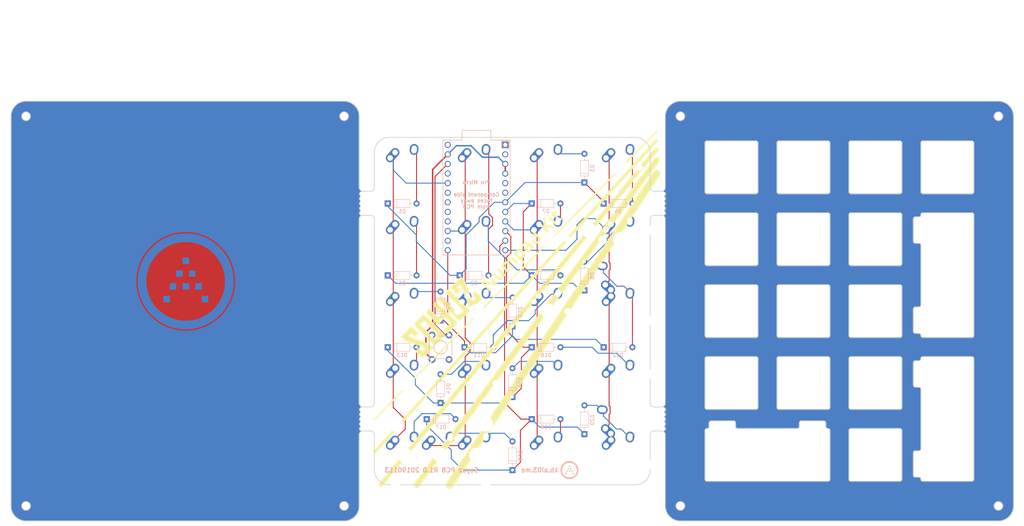
<source format=kicad_pcb>
(kicad_pcb (version 20221018) (generator pcbnew)
  (layers (0 "F.Cu" signal) (31 "B.Cu" signal) (34 "B.Paste" user) (35 "F.Paste" user) (36 "B.SilkS" user "B.Silkscreen") (37 "F.SilkS" user "F.Silkscreen") (38 "B.Mask" user) (39 "F.Mask" user) (44 "Edge.Cuts" user))
  (net 0 "")
  (net 1 "Net-(D1-Pad2)")
  (net 2 "Net-(D2-Pad2)")
  (net 3 "Net-(D3-Pad2)")
  (net 4 "Net-(D4-Pad2)")
  (net 5 "Net-(D5-Pad2)")
  (net 6 "Net-(D6-Pad2)")
  (net 7 "Net-(D7-Pad2)")
  (net 8 "Net-(D8-Pad2)")
  (net 9 "Net-(D9-Pad2)")
  (net 10 "Net-(D10-Pad2)")
  (net 11 "Net-(D11-Pad2)")
  (net 12 "Net-(D12-Pad2)")
  (net 13 "Net-(D13-Pad2)")
  (net 14 "Net-(D14-Pad2)")
  (net 15 "Net-(D15-Pad2)")
  (net 16 "Net-(D16-Pad2)")
  (net 17 "Net-(D17-Pad2)")
  (net 18 "Net-(D18-Pad2)")
  (net 19 "Net-(D19-Pad2)")
  (net 20 "Net-(D20-Pad2)")
  (net 21 "Net-(U1-Pad1)")
  (net 22 "Net-(U1-Pad2)")
  (net 23 "Net-(U1-Pad5)")
  (net 24 "Net-(U1-Pad6)")
  (net 25 "Net-(U1-Pad14)")
  (net 26 "Net-(U1-Pad16)")
  (net 27 "Net-(U1-Pad17)")
  (net 28 "Net-(U1-Pad18)")
  (net 29 "Net-(U1-Pad19)")
  (net 30 "Net-(U1-Pad21)")
  (net 31 "Net-(U1-Pad24)")
  (net 32 "Net-(SW1-Pad1)")
  (net 33 "GND")
  (net 34 "ROW0")
  (net 35 "ROW1")
  (net 36 "ROW2")
  (net 37 "ROW3")
  (net 38 "ROW4")
  (net 39 "COL0")
  (net 40 "COL1")
  (net 41 "COL2")
  (net 42 "COL3")
  (net 43 "GNDA")
  (net 44 "Earth")
  (footprint "locallib:soyuz-logo-30mm" (layer "F.Cu") (at 61.214 66.802 45)
    (fp_text reference "G***" hide)
    (fp_text value "LOGO" hide)
  )
  (footprint "MX_Alps_Hybrid:MX-1U-NoLED" (layer "F.Cu") (at 39.6875 39.6875)
    (fp_text reference "MX1")
    (fp_text value "MX-1U")
  )
  (footprint "MX_Alps_Hybrid:MX-1U-NoLED" (layer "F.Cu") (at 58.7375 39.6875)
    (fp_text reference "MX2")
    (fp_text value "MX-1U")
  )
  (footprint "MX_Alps_Hybrid:MX-1U-NoLED" (layer "F.Cu") (at 77.7875 39.6875)
    (fp_text reference "MX3")
    (fp_text value "MX-1U")
  )
  (footprint "MX_Alps_Hybrid:MX-1U-NoLED" (layer "F.Cu") (at 96.8375 39.6875)
    (fp_text reference "MX4")
    (fp_text value "MX-1U")
  )
  (footprint "MX_Alps_Hybrid:MX-1U-NoLED" (layer "F.Cu") (at 39.6875 58.7375)
    (fp_text reference "MX5")
    (fp_text value "MX-1U")
  )
  (footprint "MX_Alps_Hybrid:MX-1U-NoLED" (layer "F.Cu") (at 58.7375 58.7375)
    (fp_text reference "MX6")
    (fp_text value "MX-1U")
  )
  (footprint "MX_Alps_Hybrid:MX-1U-NoLED" (layer "F.Cu") (at 77.7875 58.7375)
    (fp_text reference "MX7")
    (fp_text value "MX-1U")
  )
  (footprint "MX_Alps_Hybrid:MX-1U-NoLED" (layer "F.Cu") (at 96.8375 58.7375)
    (fp_text reference "MX8")
    (fp_text value "MX-1U")
  )
  (footprint "MX_Alps_Hybrid:MX-2U-ReversedStabilizers-NoLED" (layer "F.Cu") (at 96.8375 68.2625 90)
    (fp_text reference "MX9")
    (fp_text value "MX-2U")
  )
  (footprint "MX_Alps_Hybrid:MX-1U-NoLED" (layer "F.Cu") (at 39.6875 77.7875)
    (fp_text reference "MX10")
    (fp_text value "MX-1U")
  )
  (footprint "MX_Alps_Hybrid:MX-1U-NoLED" (layer "F.Cu") (at 58.7375 77.7875)
    (fp_text reference "MX11")
    (fp_text value "MX-1U")
  )
  (footprint "MX_Alps_Hybrid:MX-1U-NoLED" (layer "F.Cu") (at 77.7875 77.7875)
    (fp_text reference "MX12")
    (fp_text value "MX-1U")
  )
  (footprint "MX_Alps_Hybrid:MX-1U-NoLED" (layer "F.Cu") (at 96.8375 77.7875)
    (fp_text reference "MX13")
    (fp_text value "MX-1U")
  )
  (footprint "MX_Alps_Hybrid:MX-1U-NoLED" (layer "F.Cu") (at 39.6875 96.8375)
    (fp_text reference "MX14")
    (fp_text value "MX-1U")
  )
  (footprint "MX_Alps_Hybrid:MX-1U-NoLED" (layer "F.Cu") (at 58.7375 96.8375)
    (fp_text reference "MX15")
    (fp_text value "MX-1U")
  )
  (footprint "MX_Alps_Hybrid:MX-1U-NoLED" (layer "F.Cu") (at 77.7875 96.8375)
    (fp_text reference "MX16")
    (fp_text value "MX-1U")
  )
  (footprint "MX_Alps_Hybrid:MX-1U-NoLED" (layer "F.Cu") (at 96.8375 96.8375)
    (fp_text reference "MX17")
    (fp_text value "MX-1U")
  )
  (footprint "MX_Alps_Hybrid:MX-2U-ReversedStabilizers-NoLED" (layer "F.Cu") (at 96.8375 106.3625 90)
    (fp_text reference "MX18")
    (fp_text value "MX-2U")
  )
  (footprint "MX_Alps_Hybrid:MX-1U-NoLED" (layer "F.Cu") (at 39.6875 115.8875)
    (fp_text reference "MX19")
    (fp_text value "MX-1U")
  )
  (footprint "MX_Alps_Hybrid:MX-1U-NoLED" (layer "F.Cu") (at 58.7375 115.8875)
    (fp_text reference "MX20")
    (fp_text value "MX-1U")
  )
  (footprint "MX_Alps_Hybrid:MX-1U-NoLED" (layer "F.Cu") (at 77.7875 115.8875)
    (fp_text reference "MX21")
    (fp_text value "MX-1U")
  )
  (footprint "MX_Alps_Hybrid:MX-1U-NoLED" (layer "F.Cu") (at 96.8375 115.8875)
    (fp_text reference "MX22")
    (fp_text value "MX-1U")
  )
  (footprint "MX_Alps_Hybrid:MX-2U-ReversedStabilizers-NoLED" (layer "F.Cu") (at 49.2125 115.8875)
    (fp_text reference "MX23")
    (fp_text value "MX-2U")
  )
  (footprint "random-keyboard-parts:breakaway-mousebites" (layer "F.Cu") (at 105.56875 49.2125 90)
    (fp_text reference "MOUSEBITE1")
    (fp_text value "Mousebites")
  )
  (footprint "random-keyboard-parts:breakaway-mousebites" (layer "F.Cu") (at 107.95 49.2125 -90)
    (fp_text reference "MOUSEBITE2")
    (fp_text value "Mousebites")
  )
  (footprint "random-keyboard-parts:breakaway-mousebites" (layer "F.Cu") (at 105.56875 106.3625 90)
    (fp_text reference "MOUSEBITE3")
    (fp_text value "Mousebites")
  )
  (footprint "random-keyboard-parts:breakaway-mousebites" (layer "F.Cu") (at 107.95 106.3625 -90)
    (fp_text reference "MOUSEBITE4")
    (fp_text value "Mousebites")
  )
  (footprint "random-keyboard-parts:breakaway-mousebites" (layer "F.Cu") (at 28.575 49.2125 90)
    (fp_text reference "MOUSEBITE5")
    (fp_text value "Mousebites")
  )
  (footprint "random-keyboard-parts:breakaway-mousebites" (layer "F.Cu") (at 30.95625 49.2125 -90)
    (fp_text reference "MOUSEBITE6")
    (fp_text value "Mousebites")
  )
  (footprint "random-keyboard-parts:breakaway-mousebites" (layer "F.Cu") (at 28.575 106.3625 90)
    (fp_text reference "MOUSEBITE7")
    (fp_text value "Mousebites")
  )
  (footprint "random-keyboard-parts:breakaway-mousebites" (layer "F.Cu") (at 30.95625 106.3625 -90)
    (fp_text reference "MOUSEBITE8")
    (fp_text value "Mousebites")
  )
  (footprint "locallib:outline" (layer "F.Cu") (at 200.914 133.35)
    (fp_text reference "O1")
    (fp_text value "Outline")
    (fp_line (start -265.425 -4) (end -265.425 -107.25) (stroke (width 0.2)) (layer "Edge.Cuts"))
    (fp_line (start -261.425 -111.25) (end -177.225 -111.25) (stroke (width 0.2)) (layer "Edge.Cuts"))
    (fp_line (start -177.225 0) (end -261.425 0) (stroke (width 0.2)) (layer "Edge.Cuts"))
    (fp_line (start -173.225 -107.25) (end -173.225 -88.375) (stroke (width 0.2)) (layer "Edge.Cuts"))
    (fp_line (start -173.225 -80.025) (end -173.225 -31.225) (stroke (width 0.2)) (layer "Edge.Cuts"))
    (fp_line (start -173.225 -22.875) (end -173.225 -4) (stroke (width 0.2)) (layer "Edge.Cuts"))
    (fp_line (start -172.225 -87.375) (end -170.225 -87.375) (stroke (width 0.2)) (layer "Edge.Cuts"))
    (fp_line (start -172.225 -30.225) (end -170.225 -30.225) (stroke (width 0.2)) (layer "Edge.Cuts"))
    (fp_line (start -170.225 -81.025) (end -172.225 -81.025) (stroke (width 0.2)) (layer "Edge.Cuts"))
    (fp_line (start -170.225 -23.875) (end -172.225 -23.875) (stroke (width 0.2)) (layer "Edge.Cuts"))
    (fp_line (start -169.225 -88.375) (end -169.225 -97.6625) (stroke (width 0.2)) (layer "Edge.Cuts"))
    (fp_line (start -169.225 -31.225) (end -169.225 -80.025) (stroke (width 0.2)) (layer "Edge.Cuts"))
    (fp_line (start -169.225 -13.5875) (end -169.225 -22.875) (stroke (width 0.2)) (layer "Edge.Cuts"))
    (fp_line (start -165.225 -101.6625) (end -100.2 -101.6625) (stroke (width 0.2)) (layer "Edge.Cuts"))
    (fp_line (start -100.2 -9.5875) (end -165.225 -9.5875) (stroke (width 0.2)) (layer "Edge.Cuts"))
    (fp_line (start -96.2 -97.6625) (end -96.2 -88.375) (stroke (width 0.2)) (layer "Edge.Cuts"))
    (fp_line (start -96.2 -80.025) (end -96.2 -31.225) (stroke (width 0.2)) (layer "Edge.Cuts"))
    (fp_line (start -96.2 -22.875) (end -96.2 -13.5875) (stroke (width 0.2)) (layer "Edge.Cuts"))
    (fp_line (start -95.2 -87.375) (end -93.2 -87.375) (stroke (width 0.2)) (layer "Edge.Cuts"))
    (fp_line (start -95.2 -30.225) (end -93.2 -30.225) (stroke (width 0.2)) (layer "Edge.Cuts"))
    (fp_line (start -93.2 -81.025) (end -95.2 -81.025) (stroke (width 0.2)) (layer "Edge.Cuts"))
    (fp_line (start -93.2 -23.875) (end -95.2 -23.875) (stroke (width 0.2)) (layer "Edge.Cuts"))
    (fp_line (start -92.2 -88.375) (end -92.2 -107.25) (stroke (width 0.2)) (layer "Edge.Cuts"))
    (fp_line (start -92.2 -31.225) (end -92.2 -80.025) (stroke (width 0.2)) (layer "Edge.Cuts"))
    (fp_line (start -92.2 -4) (end -92.2 -22.875) (stroke (width 0.2)) (layer "Edge.Cuts"))
    (fp_line (start -88.2 -111.25) (end -4 -111.25) (stroke (width 0.2)) (layer "Edge.Cuts"))
    (fp_line (start -81.675 -100.225) (end -81.675 -87.225) (stroke (width 0.2)) (layer "Edge.Cuts"))
    (fp_line (start -81.675 -68.175) (end -81.675 -81.175) (stroke (width 0.2)) (layer "Edge.Cuts"))
    (fp_line (start -81.675 -62.125) (end -81.675 -49.125) (stroke (width 0.2)) (layer "Edge.Cuts"))
    (fp_line (start -81.675 -43.075) (end -81.675 -30.075) (stroke (width 0.2)) (layer "Edge.Cuts"))
    (fp_line (start -81.675 -24.025) (end -81.675 -11.025) (stroke (width 0.2)) (layer "Edge.Cuts"))
    (fp_line (start -81.175 -86.725) (end -68.175 -86.725) (stroke (width 0.2)) (layer "Edge.Cuts"))
    (fp_line (start -81.175 -81.675) (end -68.175 -81.675) (stroke (width 0.2)) (layer "Edge.Cuts"))
    (fp_line (start -81.175 -48.625) (end -68.175 -48.625) (stroke (width 0.2)) (layer "Edge.Cuts"))
    (fp_line (start -81.175 -29.575) (end -68.175 -29.575) (stroke (width 0.2)) (layer "Edge.Cuts"))
    (fp_line (start -81.175 -10.525) (end -49.125 -10.525) (stroke (width 0.2)) (layer "Edge.Cuts"))
    (fp_line (start -81.088 -24.525) (end -81.175 -24.525) (stroke (width 0.2)) (layer "Edge.Cuts"))
    (fp_line (start -80.588 -26.025) (end -80.588 -25.025) (stroke (width 0.2)) (layer "Edge.Cuts"))
    (fp_line (start -74.088 -26.525) (end -80.088 -26.525) (stroke (width 0.2)) (layer "Edge.Cuts"))
    (fp_line (start -73.588 -25.025) (end -73.588 -26.025) (stroke (width 0.2)) (layer "Edge.Cuts"))
    (fp_line (start -68.175 -100.725) (end -81.175 -100.725) (stroke (width 0.2)) (layer "Edge.Cuts"))
    (fp_line (start -68.175 -67.675) (end -81.175 -67.675) (stroke (width 0.2)) (layer "Edge.Cuts"))
    (fp_line (start -68.175 -62.625) (end -81.175 -62.625) (stroke (width 0.2)) (layer "Edge.Cuts"))
    (fp_line (start -68.175 -43.575) (end -81.175 -43.575) (stroke (width 0.2)) (layer "Edge.Cuts"))
    (fp_line (start -67.675 -87.225) (end -67.675 -100.225) (stroke (width 0.2)) (layer "Edge.Cuts"))
    (fp_line (start -67.675 -81.175) (end -67.675 -68.175) (stroke (width 0.2)) (layer "Edge.Cuts"))
    (fp_line (start -67.675 -49.125) (end -67.675 -62.125) (stroke (width 0.2)) (layer "Edge.Cuts"))
    (fp_line (start -67.675 -30.075) (end -67.675 -43.075) (stroke (width 0.2)) (layer "Edge.Cuts"))
    (fp_line (start -62.625 -100.225) (end -62.625 -87.225) (stroke (width 0.2)) (layer "Edge.Cuts"))
    (fp_line (start -62.625 -81.175) (end -62.625 -68.175) (stroke (width 0.2)) (layer "Edge.Cuts"))
    (fp_line (start -62.625 -62.125) (end -62.625 -49.125) (stroke (width 0.2)) (layer "Edge.Cuts"))
    (fp_line (start -62.625 -43.075) (end -62.625 -30.075) (stroke (width 0.2)) (layer "Edge.Cuts"))
    (fp_line (start -62.125 -86.725) (end -49.125 -86.725) (stroke (width 0.2)) (layer "Edge.Cuts"))
    (fp_line (start -62.125 -67.675) (end -49.125 -67.675) (stroke (width 0.2)) (layer "Edge.Cuts"))
    (fp_line (start -62.125 -48.625) (end -49.125 -48.625) (stroke (width 0.2)) (layer "Edge.Cuts"))
    (fp_line (start -62.125 -29.575) (end -49.125 -29.575) (stroke (width 0.2)) (layer "Edge.Cuts"))
    (fp_line (start -57.212 -24.525) (end -73.088 -24.525) (stroke (width 0.2)) (layer "Edge.Cuts"))
    (fp_line (start -56.712 -26.025) (end -56.712 -25.025) (stroke (width 0.2)) (layer "Edge.Cuts"))
    (fp_line (start -50.212 -26.525) (end -56.212 -26.525) (stroke (width 0.2)) (layer "Edge.Cuts"))
    (fp_line (start -49.712 -25.025) (end -49.712 -26.025) (stroke (width 0.2)) (layer "Edge.Cuts"))
    (fp_line (start -49.125 -100.725) (end -62.125 -100.725) (stroke (width 0.2)) (layer "Edge.Cuts"))
    (fp_line (start -49.125 -81.675) (end -62.125 -81.675) (stroke (width 0.2)) (layer "Edge.Cuts"))
    (fp_line (start -49.125 -62.625) (end -62.125 -62.625) (stroke (width 0.2)) (layer "Edge.Cuts"))
    (fp_line (start -49.125 -43.575) (end -62.125 -43.575) (stroke (width 0.2)) (layer "Edge.Cuts"))
    (fp_line (start -49.125 -24.525) (end -49.212 -24.525) (stroke (width 0.2)) (layer "Edge.Cuts"))
    (fp_line (start -48.625 -87.225) (end -48.625 -100.225) (stroke (width 0.2)) (layer "Edge.Cuts"))
    (fp_line (start -48.625 -68.175) (end -48.625 -81.175) (stroke (width 0.2)) (layer "Edge.Cuts"))
    (fp_line (start -48.625 -49.125) (end -48.625 -62.125) (stroke (width 0.2)) (layer "Edge.Cuts"))
    (fp_line (start -48.625 -30.075) (end -48.625 -43.075) (stroke (width 0.2)) (layer "Edge.Cuts"))
    (fp_line (start -48.625 -11.025) (end -48.625 -24.025) (stroke (width 0.2)) (layer "Edge.Cuts"))
    (fp_line (start -43.575 -87.225) (end -43.575 -100.225) (stroke (width 0.2)) (layer "Edge.Cuts"))
    (fp_line (start -43.575 -81.175) (end -43.575 -68.175) (stroke (width 0.2)) (layer "Edge.Cuts"))
    (fp_line (start -43.575 -62.125) (end -43.575 -49.125) (stroke (width 0.2)) (layer "Edge.Cuts"))
    (fp_line (start -43.575 -43.075) (end -43.575 -30.075) (stroke (width 0.2)) (layer "Edge.Cuts"))
    (fp_line (start -43.575 -24.025) (end -43.575 -11.025) (stroke (width 0.2)) (layer "Edge.Cuts"))
    (fp_line (start -43.075 -100.725) (end -30.075 -100.725) (stroke (width 0.2)) (layer "Edge.Cuts"))
    (fp_line (start -43.075 -67.675) (end -30.075 -67.675) (stroke (width 0.2)) (layer "Edge.Cuts"))
    (fp_line (start -43.075 -48.625) (end -30.075 -48.625) (stroke (width 0.2)) (layer "Edge.Cuts"))
    (fp_line (start -43.075 -29.575) (end -30.075 -29.575) (stroke (width 0.2)) (layer "Edge.Cuts"))
    (fp_line (start -43.075 -10.525) (end -30.075 -10.525) (stroke (width 0.2)) (layer "Edge.Cuts"))
    (fp_line (start -30.075 -86.725) (end -43.075 -86.725) (stroke (width 0.2)) (layer "Edge.Cuts"))
    (fp_line (start -30.075 -81.675) (end -43.075 -81.675) (stroke (width 0.2)) (layer "Edge.Cuts"))
    (fp_line (start -30.075 -62.625) (end -43.075 -62.625) (stroke (width 0.2)) (layer "Edge.Cuts"))
    (fp_line (start -30.075 -43.575) (end -43.075 -43.575) (stroke (width 0.2)) (layer "Edge.Cuts"))
    (fp_line (start -30.075 -24.525) (end -43.075 -24.525) (stroke (width 0.2)) (layer "Edge.Cuts"))
    (fp_line (start -29.575 -100.225) (end -29.575 -87.225) (stroke (width 0.2)) (layer "Edge.Cuts"))
    (fp_line (start -29.575 -68.175) (end -29.575 -81.175) (stroke (width 0.2)) (layer "Edge.Cuts"))
    (fp_line (start -29.575 -49.125) (end -29.575 -62.125) (stroke (width 0.2)) (layer "Edge.Cuts"))
    (fp_line (start -29.575 -30.075) (end -29.575 -43.075) (stroke (width 0.2)) (layer "Edge.Cuts"))
    (fp_line (start -29.575 -11.025) (end -29.575 -24.025) (stroke (width 0.2)) (layer "Edge.Cuts"))
    (fp_line (start -26.525 -80.088) (end -26.525 -74.088) (stroke (width 0.2)) (layer "Edge.Cuts"))
    (fp_line (start -26.525 -56.212) (end -26.525 -50.212) (stroke (width 0.2)) (layer "Edge.Cuts"))
    (fp_line (start -26.525 -41.988) (end -26.525 -35.988) (stroke (width 0.2)) (layer "Edge.Cuts"))
    (fp_line (start -26.525 -18.112) (end -26.525 -12.112) (stroke (width 0.2)) (layer "Edge.Cuts"))
    (fp_line (start -26.025 -73.588) (end -25.025 -73.588) (stroke (width 0.2)) (layer "Edge.Cuts"))
    (fp_line (start -26.025 -49.712) (end -25.025 -49.712) (stroke (width 0.2)) (layer "Edge.Cuts"))
    (fp_line (start -26.025 -35.488) (end -25.025 -35.488) (stroke (width 0.2)) (layer "Edge.Cuts"))
    (fp_line (start -26.025 -11.612) (end -25.025 -11.612) (stroke (width 0.2)) (layer "Edge.Cuts"))
    (fp_line (start -25.025 -80.588) (end -26.025 -80.588) (stroke (width 0.2)) (layer "Edge.Cuts"))
    (fp_line (start -25.025 -56.712) (end -26.025 -56.712) (stroke (width 0.2)) (layer "Edge.Cuts"))
    (fp_line (start -25.025 -42.488) (end -26.025 -42.488) (stroke (width 0.2)) (layer "Edge.Cuts"))
    (fp_line (start -25.025 -18.612) (end -26.025 -18.612) (stroke (width 0.2)) (layer "Edge.Cuts"))
    (fp_line (start -24.525 -100.225) (end -24.525 -87.225) (stroke (width 0.2)) (layer "Edge.Cuts"))
    (fp_line (start -24.525 -81.175) (end -24.525 -81.088) (stroke (width 0.2)) (layer "Edge.Cuts"))
    (fp_line (start -24.525 -73.088) (end -24.525 -57.212) (stroke (width 0.2)) (layer "Edge.Cuts"))
    (fp_line (start -24.525 -49.212) (end -24.525 -49.125) (stroke (width 0.2)) (layer "Edge.Cuts"))
    (fp_line (start -24.525 -43.075) (end -24.525 -42.988) (stroke (width 0.2)) (layer "Edge.Cuts"))
    (fp_line (start -24.525 -34.988) (end -24.525 -19.112) (stroke (width 0.2)) (layer "Edge.Cuts"))
    (fp_line (start -24.525 -11.112) (end -24.525 -11.025) (stroke (width 0.2)) (layer "Edge.Cuts"))
    (fp_line (start -24.025 -86.725) (end -11.025 -86.725) (stroke (width 0.2)) (layer "Edge.Cuts"))
    (fp_line (start -24.025 -48.625) (end -11.025 -48.625) (stroke (width 0.2)) (layer "Edge.Cuts"))
    (fp_line (start -24.025 -10.525) (end -11.025 -10.525) (stroke (width 0.2)) (layer "Edge.Cuts"))
    (fp_line (start -11.025 -100.725) (end -24.025 -100.725) (stroke (width 0.2)) (layer "Edge.Cuts"))
    (fp_line (start -11.025 -81.675) (end -24.025 -81.675) (stroke (width 0.2)) (layer "Edge.Cuts"))
    (fp_line (start -11.025 -43.575) (end -24.025 -43.575) (stroke (width 0.2)) (layer "Edge.Cuts"))
    (fp_line (start -10.525 -87.225) (end -10.525 -100.225) (stroke (width 0.2)) (layer "Edge.Cuts"))
    (fp_line (start -10.525 -49.125) (end -10.525 -81.175) (stroke (width 0.2)) (layer "Edge.Cuts"))
    (fp_line (start -10.525 -11.025) (end -10.525 -43.075) (stroke (width 0.2)) (layer "Edge.Cuts"))
    (fp_line (start -4 0) (end -88.2 0) (stroke (width 0.2)) (layer "Edge.Cuts"))
    (fp_line (start 0 -107.25) (end 0 -4) (stroke (width 0.2)) (layer "Edge.Cuts"))
    (fp_arc (start -265.425 -107.25) (mid -264.253427 -110.078427) (end -261.425 -111.25) (stroke (width 0.2)) (layer "Edge.Cuts"))
    (fp_arc (start -261.425 0) (mid -264.253427 -1.171573) (end -265.425 -4) (stroke (width 0.2)) (layer "Edge.Cuts"))
    (fp_arc (start -177.225 -111.25) (mid -174.396573 -110.078427) (end -173.225 -107.25) (stroke (width 0.2)) (layer "Edge.Cuts"))
    (fp_arc (start -173.225 -80.025) (mid -172.932107 -80.732107) (end -172.225 -81.025) (stroke (width 0.2)) (layer "Edge.Cuts"))
    (fp_arc (start -173.225 -22.875) (mid -172.932107 -23.582107) (end -172.225 -23.875) (stroke (width 0.2)) (layer "Edge.Cuts"))
    (fp_arc (start -173.225 -4) (mid -174.396573 -1.171573) (end -177.225 0) (stroke (width 0.2)) (layer "Edge.Cuts"))
    (fp_arc (start -172.225 -87.375) (mid -172.932107 -87.667893) (end -173.225 -88.375) (stroke (width 0.2)) (layer "Edge.Cuts"))
    (fp_arc (start -172.225 -30.225) (mid -172.932107 -30.517893) (end -173.225 -31.225) (stroke (width 0.2)) (layer "Edge.Cuts"))
    (fp_arc (start -170.225 -81.025) (mid -169.517893 -80.732107) (end -169.225 -80.025) (stroke (width 0.2)) (layer "Edge.Cuts"))
    (fp_arc (start -170.225 -23.875) (mid -169.517893 -23.582107) (end -169.225 -22.875) (stroke (width 0.2)) (layer "Edge.Cuts"))
    (fp_arc (start -169.225 -97.6625) (mid -168.053427 -100.490927) (end -165.225 -101.6625) (stroke (width 0.2)) (layer "Edge.Cuts"))
    (fp_arc (start -169.225 -88.375) (mid -169.517893 -87.667893) (end -170.225 -87.375) (stroke (width 0.2)) (layer "Edge.Cuts"))
    (fp_arc (start -169.225 -31.225) (mid -169.517893 -30.517893) (end -170.225 -30.225) (stroke (width 0.2)) (layer "Edge.Cuts"))
    (fp_arc (start -165.225 -9.5875) (mid -168.053427 -10.759073) (end -169.225 -13.5875) (stroke (width 0.2)) (layer "Edge.Cuts"))
    (fp_arc (start -100.2 -101.6625) (mid -97.371573 -100.490927) (end -96.2 -97.6625) (stroke (width 0.2)) (layer "Edge.Cuts"))
    (fp_arc (start -96.2 -80.025) (mid -95.907107 -80.732107) (end -95.2 -81.025) (stroke (width 0.2)) (layer "Edge.Cuts"))
    (fp_arc (start -96.2 -22.875) (mid -95.907107 -23.582107) (end -95.2 -23.875) (stroke (width 0.2)) (layer "Edge.Cuts"))
    (fp_arc (start -96.2 -13.5875) (mid -97.371573 -10.759073) (end -100.2 -9.5875) (stroke (width 0.2)) (layer "Edge.Cuts"))
    (fp_arc (start -95.2 -87.375) (mid -95.907107 -87.667893) (end -96.2 -88.375) (stroke (width 0.2)) (layer "Edge.Cuts"))
    (fp_arc (start -95.2 -30.225) (mid -95.907107 -30.517893) (end -96.2 -31.225) (stroke (width 0.2)) (layer "Edge.Cuts"))
    (fp_arc (start -93.2 -81.025) (mid -92.492893 -80.732107) (end -92.2 -80.025) (stroke (width 0.2)) (layer "Edge.Cuts"))
    (fp_arc (start -93.2 -23.875) (mid -92.492893 -23.582107) (end -92.2 -22.875) (stroke (width 0.2)) (layer "Edge.Cuts"))
    (fp_arc (start -92.2 -107.25) (mid -91.028427 -110.078427) (end -88.2 -111.25) (stroke (width 0.2)) (layer "Edge.Cuts"))
    (fp_arc (start -92.2 -88.375) (mid -92.492893 -87.667893) (end -93.2 -87.375) (stroke (width 0.2)) (layer "Edge.Cuts"))
    (fp_arc (start -92.2 -31.225) (mid -92.492893 -30.517893) (end -93.2 -30.225) (stroke (width 0.2)) (layer "Edge.Cuts"))
    (fp_arc (start -88.2 0) (mid -91.028427 -1.171573) (end -92.2 -4) (stroke (width 0.2)) (layer "Edge.Cuts"))
    (fp_arc (start -81.675 -100.225) (mid -81.528553 -100.578553) (end -81.175 -100.725) (stroke (width 0.2)) (layer "Edge.Cuts"))
    (fp_arc (start -81.675 -81.175) (mid -81.528553 -81.528553) (end -81.175 -81.675) (stroke (width 0.2)) (layer "Edge.Cuts"))
    (fp_arc (start -81.675 -62.125) (mid -81.528553 -62.478553) (end -81.175 -62.625) (stroke (width 0.2)) (layer "Edge.Cuts"))
    (fp_arc (start -81.675 -43.075) (mid -81.528553 -43.428553) (end -81.175 -43.575) (stroke (width 0.2)) (layer "Edge.Cuts"))
    (fp_arc (start -81.675 -24.025) (mid -81.528553 -24.378553) (end -81.175 -24.525) (stroke (width 0.2)) (layer "Edge.Cuts"))
    (fp_arc (start -81.175 -86.725) (mid -81.528553 -86.871447) (end -81.675 -87.225) (stroke (width 0.2)) (layer "Edge.Cuts"))
    (fp_arc (start -81.175 -67.675) (mid -81.528553 -67.821447) (end -81.675 -68.175) (stroke (width 0.2)) (layer "Edge.Cuts"))
    (fp_arc (start -81.175 -48.625) (mid -81.528553 -48.771447) (end -81.675 -49.125) (stroke (width 0.2)) (layer "Edge.Cuts"))
    (fp_arc (start -81.175 -29.575) (mid -81.528553 -29.721447) (end -81.675 -30.075) (stroke (width 0.2)) (layer "Edge.Cuts"))
    (fp_arc (start -81.175 -10.525) (mid -81.528553 -10.671447) (end -81.675 -11.025) (stroke (width 0.2)) (layer "Edge.Cuts"))
    (fp_arc (start -80.588 -26.025) (mid -80.441553 -26.378553) (end -80.088 -26.525) (stroke (width 0.2)) (layer "Edge.Cuts"))
    (fp_arc (start -80.588 -25.025) (mid -80.734447 -24.671447) (end -81.088 -24.525) (stroke (width 0.2)) (layer "Edge.Cuts"))
    (fp_arc (start -74.088 -26.525) (mid -73.734447 -26.378553) (end -73.588 -26.025) (stroke (width 0.2)) (layer "Edge.Cuts"))
    (fp_arc (start -73.088 -24.525) (mid -73.441553 -24.671447) (end -73.588 -25.025) (stroke (width 0.2)) (layer "Edge.Cuts"))
    (fp_arc (start -68.175 -100.725) (mid -67.821447 -100.578553) (end -67.675 -100.225) (stroke (width 0.2)) (layer "Edge.Cuts"))
    (fp_arc (start -68.175 -81.675) (mid -67.821447 -81.528553) (end -67.675 -81.175) (stroke (width 0.2)) (layer "Edge.Cuts"))
    (fp_arc (start -68.175 -62.625) (mid -67.821447 -62.478553) (end -67.675 -62.125) (stroke (width 0.2)) (layer "Edge.Cuts"))
    (fp_arc (start -68.175 -43.575) (mid -67.821447 -43.428553) (end -67.675 -43.075) (stroke (width 0.2)) (layer "Edge.Cuts"))
    (fp_arc (start -67.675 -87.225) (mid -67.821447 -86.871447) (end -68.175 -86.725) (stroke (width 0.2)) (layer "Edge.Cuts"))
    (fp_arc (start -67.675 -68.175) (mid -67.821447 -67.821447) (end -68.175 -67.675) (stroke (width 0.2)) (layer "Edge.Cuts"))
    (fp_arc (start -67.675 -49.125) (mid -67.821447 -48.771447) (end -68.175 -48.625) (stroke (width 0.2)) (layer "Edge.Cuts"))
    (fp_arc (start -67.675 -30.075) (mid -67.821447 -29.721447) (end -68.175 -29.575) (stroke (width 0.2)) (layer "Edge.Cuts"))
    (fp_arc (start -62.625 -100.225) (mid -62.478553 -100.578553) (end -62.125 -100.725) (stroke (width 0.2)) (layer "Edge.Cuts"))
    (fp_arc (start -62.625 -81.175) (mid -62.478553 -81.528553) (end -62.125 -81.675) (stroke (width 0.2)) (layer "Edge.Cuts"))
    (fp_arc (start -62.625 -62.125) (mid -62.478553 -62.478553) (end -62.125 -62.625) (stroke (width 0.2)) (layer "Edge.Cuts"))
    (fp_arc (start -62.625 -43.075) (mid -62.478553 -43.428553) (end -62.125 -43.575) (stroke (width 0.2)) (layer "Edge.Cuts"))
    (fp_arc (start -62.125 -86.725) (mid -62.478553 -86.871447) (end -62.625 -87.225) (stroke (width 0.2)) (layer "Edge.Cuts"))
    (fp_arc (start -62.125 -67.675) (mid -62.478553 -67.821447) (end -62.625 -68.175) (stroke (width 0.2)) (layer "Edge.Cuts"))
    (fp_arc (start -62.125 -48.625) (mid -62.478553 -48.771447) (end -62.625 -49.125) (stroke (width 0.2)) (layer "Edge.Cuts"))
    (fp_arc (start -62.125 -29.575) (mid -62.478553 -29.721447) (end -62.625 -30.075) (stroke (width 0.2)) (layer "Edge.Cuts"))
    (fp_arc (start -56.712 -26.025) (mid -56.565553 -26.378553) (end -56.212 -26.525) (stroke (width 0.2)) (layer "Edge.Cuts"))
    (fp_arc (start -56.712 -25.025) (mid -56.858447 -24.671447) (end -57.212 -24.525) (stroke (width 0.2)) (layer "Edge.Cuts"))
    (fp_arc (start -50.212 -26.525) (mid -49.858447 -26.378553) (end -49.712 -26.025) (stroke (width 0.2)) (layer "Edge.Cuts"))
    (fp_arc (start -49.212 -24.525) (mid -49.565553 -24.671447) (end -49.712 -25.025) (stroke (width 0.2)) (layer "Edge.Cuts"))
    (fp_arc (start -49.125 -100.725) (mid -48.771447 -100.578553) (end -48.625 -100.225) (stroke (width 0.2)) (layer "Edge.Cuts"))
    (fp_arc (start -49.125 -81.675) (mid -48.771447 -81.528553) (end -48.625 -81.175) (stroke (width 0.2)) (layer "Edge.Cuts"))
    (fp_arc (start -49.125 -62.625) (mid -48.771447 -62.478553) (end -48.625 -62.125) (stroke (width 0.2)) (layer "Edge.Cuts"))
    (fp_arc (start -49.125 -43.575) (mid -48.771447 -43.428553) (end -48.625 -43.075) (stroke (width 0.2)) (layer "Edge.Cuts"))
    (fp_arc (start -49.125 -24.525) (mid -48.771447 -24.378553) (end -48.625 -24.025) (stroke (width 0.2)) (layer "Edge.Cuts"))
    (fp_arc (start -48.625 -87.225) (mid -48.771447 -86.871447) (end -49.125 -86.725) (stroke (width 0.2)) (layer "Edge.Cuts"))
    (fp_arc (start -48.625 -68.175) (mid -48.771447 -67.821447) (end -49.125 -67.675) (stroke (width 0.2)) (layer "Edge.Cuts"))
    (fp_arc (start -48.625 -49.125) (mid -48.771447 -48.771447) (end -49.125 -48.625) (stroke (width 0.2)) (layer "Edge.Cuts"))
    (fp_arc (start -48.625 -30.075) (mid -48.771447 -29.721447) (end -49.125 -29.575) (stroke (width 0.2)) (layer "Edge.Cuts"))
    (fp_arc (start -48.625 -11.025) (mid -48.771447 -10.671447) (end -49.125 -10.525) (stroke (width 0.2)) (layer "Edge.Cuts"))
    (fp_arc (start -43.575 -100.225) (mid -43.428553 -100.578553) (end -43.075 -100.725) (stroke (width 0.2)) (layer "Edge.Cuts"))
    (fp_arc (start -43.575 -81.175) (mid -43.428553 -81.528553) (end -43.075 -81.675) (stroke (width 0.2)) (layer "Edge.Cuts"))
    (fp_arc (start -43.575 -62.125) (mid -43.428553 -62.478553) (end -43.075 -62.625) (stroke (width 0.2)) (layer "Edge.Cuts"))
    (fp_arc (start -43.575 -43.075) (mid -43.428553 -43.428553) (end -43.075 -43.575) (stroke (width 0.2)) (layer "Edge.Cuts"))
    (fp_arc (start -43.575 -24.025) (mid -43.428553 -24.378553) (end -43.075 -24.525) (stroke (width 0.2)) (layer "Edge.Cuts"))
    (fp_arc (start -43.075 -86.725) (mid -43.428553 -86.871447) (end -43.575 -87.225) (stroke (width 0.2)) (layer "Edge.Cuts"))
    (fp_arc (start -43.075 -67.675) (mid -43.428553 -67.821447) (end -43.575 -68.175) (stroke (width 0.2)) (layer "Edge.Cuts"))
    (fp_arc (start -43.075 -48.625) (mid -43.428553 -48.771447) (end -43.575 -49.125) (stroke (width 0.2)) (layer "Edge.Cuts"))
    (fp_arc (start -43.075 -29.575) (mid -43.428553 -29.721447) (end -43.575 -30.075) (stroke (width 0.2)) (layer "Edge.Cuts"))
    (fp_arc (start -43.075 -10.525) (mid -43.428553 -10.671447) (end -43.575 -11.025) (stroke (width 0.2)) (layer "Edge.Cuts"))
    (fp_arc (start -30.075 -100.725) (mid -29.721447 -100.578553) (end -29.575 -100.225) (stroke (width 0.2)) (layer "Edge.Cuts"))
    (fp_arc (start -30.075 -81.675) (mid -29.721447 -81.528553) (end -29.575 -81.175) (stroke (width 0.2)) (layer "Edge.Cuts"))
    (fp_arc (start -30.075 -62.625) (mid -29.721447 -62.478553) (end -29.575 -62.125) (stroke (width 0.2)) (layer "Edge.Cuts"))
    (fp_arc (start -30.075 -43.575) (mid -29.721447 -43.428553) (end -29.575 -43.075) (stroke (width 0.2)) (layer "Edge.Cuts"))
    (fp_arc (start -30.075 -24.525) (mid -29.721447 -24.378553) (end -29.575 -24.025) (stroke (width 0.2)) (layer "Edge.Cuts"))
    (fp_arc (start -29.575 -87.225) (mid -29.721447 -86.871447) (end -30.075 -86.725) (stroke (width 0.2)) (layer "Edge.Cuts"))
    (fp_arc (start -29.575 -68.175) (mid -29.721447 -67.821447) (end -30.075 -67.675) (stroke (width 0.2)) (layer "Edge.Cuts"))
    (fp_arc (start -29.575 -49.125) (mid -29.721447 -48.771447) (end -30.075 -48.625) (stroke (width 0.2)) (layer "Edge.Cuts"))
    (fp_arc (start -29.575 -30.075) (mid -29.721447 -29.721447) (end -30.075 -29.575) (stroke (width 0.2)) (layer "Edge.Cuts"))
    (fp_arc (start -29.575 -11.025) (mid -29.721447 -10.671447) (end -30.075 -10.525) (stroke (width 0.2)) (layer "Edge.Cuts"))
    (fp_arc (start -26.525 -80.088) (mid -26.378553 -80.441553) (end -26.025 -80.588) (stroke (width 0.2)) (layer "Edge.Cuts"))
    (fp_arc (start -26.525 -56.212) (mid -26.378553 -56.565553) (end -26.025 -56.712) (stroke (width 0.2)) (layer "Edge.Cuts"))
    (fp_arc (start -26.525 -41.988) (mid -26.378553 -42.341553) (end -26.025 -42.488) (stroke (width 0.2)) (layer "Edge.Cuts"))
    (fp_arc (start -26.525 -18.112) (mid -26.378553 -18.465553) (end -26.025 -18.612) (stroke (width 0.2)) (layer "Edge.Cuts"))
    (fp_arc (start -26.025 -73.588) (mid -26.378553 -73.734447) (end -26.525 -74.088) (stroke (width 0.2)) (layer "Edge.Cuts"))
    (fp_arc (start -26.025 -49.712) (mid -26.378553 -49.858447) (end -26.525 -50.212) (stroke (width 0.2)) (layer "Edge.Cuts"))
    (fp_arc (start -26.025 -35.488) (mid -26.378553 -35.634447) (end -26.525 -35.988) (stroke (width 0.2)) (layer "Edge.Cuts"))
    (fp_arc (start -26.025 -11.612) (mid -26.378553 -11.758447) (end -26.525 -12.112) (stroke (width 0.2)) (layer "Edge.Cuts"))
    (fp_arc (start -25.025 -73.588) (mid -24.671447 -73.441553) (end -24.525 -73.088) (stroke (width 0.2)) (layer "Edge.Cuts"))
    (fp_arc (start -25.025 -49.712) (mid -24.671447 -49.565553) (end -24.525 -49.212) (stroke (width 0.2)) (layer "Edge.Cuts"))
    (fp_arc (start -25.025 -35.488) (mid -24.671447 -35.341553) (end -24.525 -34.988) (stroke (width 0.2)) (layer "Edge.Cuts"))
    (fp_arc (start -25.025 -11.612) (mid -24.671447 -11.465553) (end -24.525 -11.112) (stroke (width 0.2)) (layer "Edge.Cuts"))
    (fp_arc (start -24.525 -100.225) (mid -24.378553 -100.578553) (end -24.025 -100.725) (stroke (width 0.2)) (layer "Edge.Cuts"))
    (fp_arc (start -24.525 -81.175) (mid -24.378553 -81.528553) (end -24.025 -81.675) (stroke (width 0.2)) (layer "Edge.Cuts"))
    (fp_arc (start -24.525 -81.088) (mid -24.671447 -80.734447) (end -25.025 -80.588) (stroke (width 0.2)) (layer "Edge.Cuts"))
    (fp_arc (start -24.525 -57.212) (mid -24.671447 -56.858447) (end -25.025 -56.712) (stroke (width 0.2)) (layer "Edge.Cuts"))
    (fp_arc (start -24.525 -43.075) (mid -24.378553 -43.428553) (end -24.025 -43.575) (stroke (width 0.2)) (layer "Edge.Cuts"))
    (fp_arc (start -24.525 -42.988) (mid -24.671447 -42.634447) (end -25.025 -42.488) (stroke (width 0.2)) (layer "Edge.Cuts"))
    (fp_arc (start -24.525 -19.112) (mid -24.671447 -18.758447) (end -25.025 -18.612) (stroke (width 0.2)) (layer "Edge.Cuts"))
    (fp_arc (start -24.025 -86.725) (mid -24.378553 -86.871447) (end -24.525 -87.225) (stroke (width 0.2)) (layer "Edge.Cuts"))
    (fp_arc (start -24.025 -48.625) (mid -24.378553 -48.771447) (end -24.525 -49.125) (stroke (width 0.2)) (layer "Edge.Cuts"))
    (fp_arc (start -24.025 -10.525) (mid -24.378553 -10.671447) (end -24.525 -11.025) (stroke (width 0.2)) (layer "Edge.Cuts"))
    (fp_arc (start -11.025 -100.725) (mid -10.671447 -100.578553) (end -10.525 -100.225) (stroke (width 0.2)) (layer "Edge.Cuts"))
    (fp_arc (start -11.025 -81.675) (mid -10.671447 -81.528553) (end -10.525 -81.175) (stroke (width 0.2)) (layer "Edge.Cuts"))
    (fp_arc (start -11.025 -43.575) (mid -10.671447 -43.428553) (end -10.525 -43.075) (stroke (width 0.2)) (layer "Edge.Cuts"))
    (fp_arc (start -10.525 -87.225) (mid -10.671447 -86.871447) (end -11.025 -86.725) (stroke (width 0.2)) (layer "Edge.Cuts"))
    (fp_arc (start -10.525 -49.125) (mid -10.671447 -48.771447) (end -11.025 -48.625) (stroke (width 0.2)) (layer "Edge.Cuts"))
    (fp_arc (start -10.525 -11.025) (mid -10.671447 -10.671447) (end -11.025 -10.525) (stroke (width 0.2)) (layer "Edge.Cuts"))
    (fp_arc (start -4 -111.25) (mid -1.171573 -110.078427) (end 0 -107.25) (stroke (width 0.2)) (layer "Edge.Cuts"))
    (fp_arc (start 0 -4) (mid -1.171573 -1.171573) (end -4 0) (stroke (width 0.2)) (layer "Edge.Cuts"))
    (fp_circle (center -261.425 -107.25) (end -260.275 -107.25) (stroke (width 0.2)) (fill none) (layer "Edge.Cuts"))
    (fp_circle (center -261.425 -4) (end -260.275 -4) (stroke (width 0.2)) (fill none) (layer "Edge.Cuts"))
    (fp_circle (center -177.225 -107.25) (end -176.075 -107.25) (stroke (width 0.2)) (fill none) (layer "Edge.Cuts"))
    (fp_circle (center -177.225 -4) (end -176.075 -4) (stroke (width 0.2)) (fill none) (layer "Edge.Cuts"))
    (fp_circle (center -88.2 -107.25) (end -87.05 -107.25) (stroke (width 0.2)) (fill none) (layer "Edge.Cuts"))
    (fp_circle (center -88.2 -4) (end -87.05 -4) (stroke (width 0.2)) (fill none) (layer "Edge.Cuts"))
    (fp_circle (center -4 -107.25) (end -2.85 -107.25) (stroke (width 0.2)) (fill none) (layer "Edge.Cuts"))
    (fp_circle (center -4 -4) (end -2.85 -4) (stroke (width 0.2)) (fill none) (layer "Edge.Cuts"))
  )
  (footprint "Diodes_THT:D_DO-35_SOD27_P7.62mm_Horizontal" (layer "B.Cu") (at 35.2425 49.2125)
    (fp_text reference "D1")
    (fp_text value "1N4148")
  )
  (footprint "Diodes_THT:D_DO-35_SOD27_P7.62mm_Horizontal" (layer "B.Cu") (at 54.2925 68.2625)
    (fp_text reference "D2")
    (fp_text value "1N4148")
  )
  (footprint "Diodes_THT:D_DO-35_SOD27_P7.62mm_Horizontal" (layer "B.Cu") (at 87.3125 43.65625 90)
    (fp_text reference "D3")
    (fp_text value "1N4148")
  )
  (footprint "Diodes_THT:D_DO-35_SOD27_P7.62mm_Horizontal" (layer "B.Cu") (at 92.3925 49.2125)
    (fp_text reference "D4")
    (fp_text value "1N4148")
  )
  (footprint "Diodes_THT:D_DO-35_SOD27_P7.62mm_Horizontal" (layer "B.Cu") (at 35.2425 68.2625)
    (fp_text reference "D5")
    (fp_text value "1N4148")
  )
  (footprint "Diodes_THT:D_DO-35_SOD27_P7.62mm_Horizontal" (layer "B.Cu") (at 73.3425 49.2125)
    (fp_text reference "D7")
    (fp_text value "1N4148")
  )
  (footprint "Diodes_THT:D_DO-35_SOD27_P7.62mm_Horizontal" (layer "B.Cu") (at 87.3125 72.23125 90)
    (fp_text reference "D8")
    (fp_text value "1N4148")
  )
  (footprint "Diodes_THT:D_DO-35_SOD27_P7.62mm_Horizontal" (layer "B.Cu") (at 49.2125 80.16875 90)
    (fp_text reference "D9")
    (fp_text value "1N4148")
  )
  (footprint "Diodes_THT:D_DO-35_SOD27_P7.62mm_Horizontal" (layer "B.Cu") (at 68.2625 81.75625 90)
    (fp_text reference "D10")
    (fp_text value "1N4148")
  )
  (footprint "Diodes_THT:D_DO-35_SOD27_P7.62mm_Horizontal" (layer "B.Cu") (at 55.5625 87.3125)
    (fp_text reference "D11")
    (fp_text value "1N4148")
  )
  (footprint "Diodes_THT:D_DO-35_SOD27_P7.62mm_Horizontal" (layer "B.Cu") (at 92.3925 87.3125)
    (fp_text reference "D12")
    (fp_text value "1N4148")
  )
  (footprint "Diodes_THT:D_DO-35_SOD27_P7.62mm_Horizontal" (layer "B.Cu") (at 35.2425 87.3125)
    (fp_text reference "D13")
    (fp_text value "1N4148")
  )
  (footprint "Diodes_THT:D_DO-35_SOD27_P7.62mm_Horizontal" (layer "B.Cu") (at 49.2125 102.07625 90)
    (fp_text reference "D14")
    (fp_text value "1N4148")
  )
  (footprint "Diodes_THT:D_DO-35_SOD27_P7.62mm_Horizontal" (layer "B.Cu") (at 68.2625 100.48875 90)
    (fp_text reference "D15")
    (fp_text value "1N4148")
  )
  (footprint "Diodes_THT:D_DO-35_SOD27_P7.62mm_Horizontal" (layer "B.Cu") (at 73.3425 87.3125)
    (fp_text reference "D16")
    (fp_text value "1N4148")
  )
  (footprint "Diodes_THT:D_DO-35_SOD27_P7.62mm_Horizontal" (layer "B.Cu") (at 45.56125 106.3625)
    (fp_text reference "D17")
    (fp_text value "1N4148")
  )
  (footprint "Diodes_THT:D_DO-35_SOD27_P7.62mm_Horizontal" (layer "B.Cu") (at 68.2625 119.85625 90)
    (fp_text reference "D18")
    (fp_text value "1N4148")
  )
  (footprint "Diodes_THT:D_DO-35_SOD27_P7.62mm_Horizontal" (layer "B.Cu") (at 73.3425 106.3625)
    (fp_text reference "D19")
    (fp_text value "1N4148")
  )
  (footprint "Diodes_THT:D_DO-35_SOD27_P7.62mm_Horizontal" (layer "B.Cu") (at 87.3125 110.33125 90)
    (fp_text reference "D20")
    (fp_text value "1N4148")
  )
  (footprint "promicro:ProMicro-EnforcedTop" (layer "B.Cu") (at 58.7375 47.625 -90)
    (fp_text reference "U1" hide)
    (fp_text value "ProMicro")
  )
  (footprint "locallib:ai-4.8-silk" (layer "B.Cu") (at 83.34375 119.85625 180)
    (fp_text reference "G***" hide)
    (fp_text value "LOGO" hide)
  )
  (footprint "Diodes_THT:D_DO-35_SOD27_P7.62mm_Horizontal" (layer "B.Cu") (at 73.3425 68.2625)
    (fp_text reference "D6")
    (fp_text value "1N4148")
  )
  (footprint "locallib:ai-ring-25mm-mask" (layer "B.Cu") (at -18.25625 69.85 180)
    (fp_text reference "G***" hide)
    (fp_text value "LOGO" hide)
  )
  (footprint "random-keyboard-parts:PushButton_6x6mm_TH_Pretty" (layer "B.Cu") (at 49.2125 87.3125 90)
    (fp_text reference "SW1")
    (fp_text value "SW_Push")
  )
  (footprint "locallib:soyuz-by-ai03" (layer "B.Cu") (at -18.25625 92.075 180)
    (fp_text reference "G***" hide)
    (fp_text value "LOGO" hide)
  )
  (gr_line (start 67.31 34.671) (end 65.405 34.671) (stroke (width 0.2)) (layer "B.SilkS"))
  (gr_line (start 65.405 32.639) (end 67.31 32.639) (stroke (width 0.2)) (layer "B.SilkS"))
  (gr_line (start 67.31 32.639) (end 67.31 34.671) (stroke (width 0.2)) (layer "B.SilkS"))
  (gr_line (start 65.405 34.671) (end 65.405 32.639) (stroke (width 0.2)) (layer "B.SilkS"))
  (gr_line (start 106.426 37.719) (end 42.8625 123.825) (stroke (width 1.6)) (layer "F.SilkS"))
  (gr_line (start 51.59375 123.825) (end 106.426 41.275) (stroke (width 2)) (layer "F.SilkS"))
  (gr_line (start 31.75 106.3625) (end 106.3625 30.1625) (stroke (width 0.4)) (layer "F.SilkS"))
  (gr_line (start 31.75 115.09375) (end 106.3625 32.54375) (stroke (width 0.8)) (layer "F.SilkS"))
  (gr_line (start 33.3375 123.825) (end 106.3625 34.925) (stroke (width 1.2)) (layer "F.SilkS"))
  (gr_text "Pro Micro\n\nComponent side\nfaces away\nfrom PCB" (at 58.7375 46.83125) (layer "B.SilkS") (effects (font (size 1 1) (thickness 0.2)) (justify mirror)))
  (gr_text "kb.ai03.me" (at 75.40625 119.85625) (layer "B.SilkS") (effects (font (size 1.2 1.2) (thickness 0.25)) (justify mirror)))
  (gr_text "Soyuz PCB R1.0 20190113" (at 46.83125 119.85625) (layer "B.SilkS") (effects (font (size 1.2 1.2) (thickness 0.25)) (justify mirror)))
  (segment (start 42.8625 49.2125) (end 42.8625 35.2425) (width 0.25) (layer "F.Cu") (net 1))
  (segment (start 42.8625 35.2425) (end 42.2275 34.6075) (width 0.25) (layer "F.Cu") (net 1))
  (segment (start 62.992 52.959) (end 61.976 51.943) (width 0.25) (layer "F.Cu") (net 2))
  (segment (start 61.9125 56.0705) (end 62.992 54.991) (width 0.25) (layer "F.Cu") (net 2))
  (segment (start 61.9125 68.2625) (end 61.9125 56.0705) (width 0.25) (layer "F.Cu") (net 2))
  (segment (start 61.976 35.306) (end 61.2775 34.6075) (width 0.25) (layer "F.Cu") (net 2))
  (segment (start 61.976 51.943) (end 61.976 35.306) (width 0.25) (layer "F.Cu") (net 2))
  (segment (start 62.992 54.991) (end 62.992 52.959) (width 0.25) (layer "F.Cu") (net 2))
  (segment (start 81.13625 36.03625) (end 80.2875 35.1875) (width 0.25) (layer "B.Cu") (net 3))
  (segment (start 87.3125 36.03625) (end 81.13625 36.03625) (width 0.25) (layer "B.Cu") (net 3))
  (segment (start 100.0125 35.8625) (end 99.3375 35.1875) (width 0.25) (layer "F.Cu") (net 4))
  (segment (start 100.0125 49.2125) (end 100.0125 35.8625) (width 0.25) (layer "F.Cu") (net 4))
  (segment (start 42.8625 68.2625) (end 42.8625 54.2925) (width 0.25) (layer "F.Cu") (net 5))
  (segment (start 42.8625 54.2925) (end 42.2275 53.6575) (width 0.25) (layer "F.Cu") (net 5))
  (segment (start 80.9625 68.2625) (end 79.502 66.802) (width 0.25) (layer "B.Cu") (net 6))
  (segment (start 79.502 66.802) (end 69.469 66.802) (width 0.25) (layer "B.Cu") (net 6))
  (segment (start 69.469 66.802) (end 61.849 59.182) (width 0.25) (layer "B.Cu") (net 6))
  (segment (start 61.849 54.849) (end 61.2375 54.2375) (width 0.25) (layer "B.Cu") (net 6))
  (segment (start 61.849 59.182) (end 61.849 54.849) (width 0.25) (layer "B.Cu") (net 6))
  (segment (start 80.9625 53.0225) (end 80.3275 53.6575) (width 0.25) (layer "F.Cu") (net 7))
  (segment (start 80.9625 49.2125) (end 80.9625 53.0225) (width 0.25) (layer "F.Cu") (net 7))
  (segment (start 93.345 59.436) (end 93.345 58.42) (width 0.25) (layer "B.Cu") (net 8))
  (segment (start 88.16975 64.61125) (end 93.345 59.436) (width 0.25) (layer "B.Cu") (net 8))
  (segment (start 93.345 58.42) (end 97.5275 54.2375) (width 0.25) (layer "B.Cu") (net 8))
  (segment (start 97.5275 54.2375) (end 99.3375 54.2375) (width 0.25) (layer "B.Cu") (net 8))
  (segment (start 87.3125 64.61125) (end 88.16975 64.61125) (width 0.25) (layer "B.Cu") (net 8))
  (segment (start 49.2125 72.54875) (end 42.92625 72.54875) (width 0.25) (layer "B.Cu") (net 9))
  (segment (start 42.92625 72.54875) (end 42.1875 73.2875) (width 0.25) (layer "B.Cu") (net 9))
  (segment (start 68.2625 74.13625) (end 62.08625 74.13625) (width 0.25) (layer "B.Cu") (net 10))
  (segment (start 62.08625 74.13625) (end 61.2375 73.2875) (width 0.25) (layer "B.Cu") (net 10))
  (segment (start 78.4775 73.2875) (end 80.2875 73.2875) (width 0.25) (layer "B.Cu") (net 11))
  (segment (start 72.517 80.264) (end 66.929 80.264) (width 0.25) (layer "B.Cu") (net 11))
  (segment (start 66.929 80.264) (end 63.1825 84.0105) (width 0.25) (layer "B.Cu") (net 11))
  (segment (start 63.1825 84.0105) (end 63.1825 87.3125) (width 0.25) (layer "B.Cu") (net 11))
  (segment (start 74.295 77.47) (end 78.4775 73.2875) (width 0.25) (layer "B.Cu") (net 11))
  (segment (start 72.517 80.264) (end 74.295 78.486) (width 0.25) (layer "B.Cu") (net 11))
  (segment (start 74.295 78.486) (end 74.295 77.47) (width 0.25) (layer "B.Cu") (net 11))
  (segment (start 100.0125 87.3125) (end 100.0125 73.9625) (width 0.25) (layer "F.Cu") (net 12))
  (segment (start 100.0125 73.9625) (end 99.3375 73.2875) (width 0.25) (layer "F.Cu") (net 12))
  (segment (start 92.3375 65.7625) (end 92.3375 67.5725) (width 0.25) (layer "B.Cu") (net 12))
  (segment (start 97.79 71.12) (end 99.3775 72.7075) (width 0.25) (layer "B.Cu") (net 12))
  (segment (start 92.3375 67.5725) (end 95.885 71.12) (width 0.25) (layer "B.Cu") (net 12))
  (segment (start 95.885 71.12) (end 97.79 71.12) (width 0.25) (layer "B.Cu") (net 12))
  (segment (start 42.8625 87.3125) (end 42.8625 91.1225) (width 0.25) (layer "F.Cu") (net 13))
  (segment (start 42.8625 91.1225) (end 42.2275 91.7575) (width 0.25) (layer "F.Cu") (net 13))
  (segment (start 59.959 91.059) (end 61.2375 92.3375) (width 0.25) (layer "B.Cu") (net 14))
  (segment (start 49.2125 94.45625) (end 52.10175 94.45625) (width 0.25) (layer "B.Cu") (net 14))
  (segment (start 55.499 91.059) (end 59.959 91.059) (width 0.25) (layer "B.Cu") (net 14))
  (segment (start 52.10175 94.45625) (end 55.499 91.059) (width 0.25) (layer "B.Cu") (net 14))
  (segment (start 68.2625 92.86875) (end 68.29425 92.86875) (width 0.25) (layer "B.Cu") (net 15))
  (segment (start 70.104 91.059) (end 79.009 91.059) (width 0.25) (layer "B.Cu") (net 15))
  (segment (start 68.29425 92.86875) (end 70.104 91.059) (width 0.25) (layer "B.Cu") (net 15))
  (segment (start 79.009 91.059) (end 80.2875 92.3375) (width 0.25) (layer "B.Cu") (net 15))
  (segment (start 89.3445 87.3125) (end 90.932 88.9) (width 0.25) (layer "B.Cu") (net 16))
  (segment (start 80.9625 87.3125) (end 89.3445 87.3125) (width 0.25) (layer "B.Cu") (net 16))
  (segment (start 90.932 88.9) (end 95.9 88.9) (width 0.25) (layer "B.Cu") (net 16))
  (segment (start 95.9 88.9) (end 99.3375 92.3375) (width 0.25) (layer "B.Cu") (net 16))
  (segment (start 42.2275 106.9975) (end 42.2275 110.8075) (width 0.25) (layer "B.Cu") (net 17))
  (segment (start 53.18125 106.3625) (end 53.18125 106.26725) (width 0.25) (layer "B.Cu") (net 17))
  (segment (start 53.18125 106.26725) (end 51.816 104.902) (width 0.25) (layer "B.Cu") (net 17))
  (segment (start 44.323 104.902) (end 42.2275 106.9975) (width 0.25) (layer "B.Cu") (net 17))
  (segment (start 51.816 104.902) (end 44.323 104.902) (width 0.25) (layer "B.Cu") (net 17))
  (segment (start 66.13525 110.109) (end 68.2625 112.23625) (width 0.25) (layer "B.Cu") (net 18))
  (segment (start 52.451 110.109) (end 59.959 110.109) (width 0.25) (layer "B.Cu") (net 18))
  (segment (start 62.484 110.109) (end 66.13525 110.109) (width 0.25) (layer "B.Cu") (net 18))
  (segment (start 61.2375 111.3875) (end 61.2375 111.3555) (width 0.25) (layer "B.Cu") (net 18))
  (segment (start 59.959 110.109) (end 61.2375 111.3875) (width 0.25) (layer "B.Cu") (net 18))
  (segment (start 51.7525 110.8075) (end 52.451 110.109) (width 0.25) (layer "B.Cu") (net 18))
  (segment (start 61.2375 111.3555) (end 62.484 110.109) (width 0.25) (layer "B.Cu") (net 18))
  (segment (start 80.9625 110.1725) (end 80.3275 110.8075) (width 0.25) (layer "F.Cu") (net 19))
  (segment (start 80.9625 106.3625) (end 80.9625 110.1725) (width 0.25) (layer "F.Cu") (net 19))
  (segment (start 99.3375 111.2755) (end 97.028 108.966) (width 0.25) (layer "B.Cu") (net 20))
  (segment (start 97.028 108.966) (end 95.758 108.966) (width 0.25) (layer "B.Cu") (net 20))
  (segment (start 87.3125 102.71125) (end 90.64625 102.71125) (width 0.25) (layer "B.Cu") (net 20))
  (segment (start 95.758 108.966) (end 92.3375 105.5455) (width 0.25) (layer "B.Cu") (net 20))
  (segment (start 90.64625 102.71125) (end 91.7575 103.8225) (width 0.25) (layer "B.Cu") (net 20))
  (segment (start 92.3375 105.5455) (end 92.3375 103.8625) (width 0.25) (layer "B.Cu") (net 20))
  (segment (start 99.3375 111.3875) (end 99.3375 111.2755) (width 0.25) (layer "B.Cu") (net 20))
  (segment (start 51.4625 84.0625) (end 50.5345 84.0625) (width 0.25) (layer "F.Cu") (net 32))
  (segment (start 47.752 42.1005) (end 51.1175 38.735) (width 0.25) (layer "F.Cu") (net 32))
  (segment (start 47.752 81.28) (end 47.752 42.1005) (width 0.25) (layer "F.Cu") (net 32))
  (segment (start 50.5345 84.0625) (end 47.752 81.28) (width 0.25) (layer "F.Cu") (net 32))
  (segment (start 46.9625 90.5625) (end 46.9625 90.5235) (width 0.381) (layer "F.Cu") (net 33))
  (segment (start 45.339 88.9) (end 45.339 83.312) (width 0.381) (layer "F.Cu") (net 33))
  (segment (start 47.117 40.1955) (end 51.1175 36.195) (width 0.381) (layer "F.Cu") (net 33))
  (segment (start 47.117 81.534) (end 47.117 40.1955) (width 0.381) (layer "F.Cu") (net 33))
  (segment (start 46.9625 90.5235) (end 45.339 88.9) (width 0.381) (layer "F.Cu") (net 33))
  (segment (start 66.3575 38.735) (end 66.3575 41.275) (width 0.381) (layer "F.Cu") (net 33))
  (segment (start 45.339 83.312) (end 47.117 81.534) (width 0.381) (layer "F.Cu") (net 33))
  (segment (start 66.294 38.735) (end 64.516 36.957) (width 0.381) (layer "B.Cu") (net 33))
  (segment (start 57.277 33.909) (end 53.4035 33.909) (width 0.381) (layer "B.Cu") (net 33))
  (segment (start 60.325 36.957) (end 57.277 33.909) (width 0.381) (layer "B.Cu") (net 33))
  (segment (start 66.3575 38.735) (end 66.294 38.735) (width 0.381) (layer "B.Cu") (net 33))
  (segment (start 64.516 36.957) (end 60.325 36.957) (width 0.381) (layer "B.Cu") (net 33))
  (segment (start 53.4035 33.909) (end 51.1175 36.195) (width 0.381) (layer "B.Cu") (net 33))
  (segment (start 92.3925 49.2125) (end 92.3925 48.73625) (width 0.25) (layer "F.Cu") (net 34))
  (segment (start 92.3925 48.73625) (end 87.3125 43.65625) (width 0.25) (layer "F.Cu") (net 34))
  (segment (start 54.2925 68.2625) (end 51.7525 68.2625) (width 0.25) (layer "B.Cu") (net 34))
  (segment (start 87.3125 43.65625) (end 71.59625 43.65625) (width 0.25) (layer "B.Cu") (net 34))
  (segment (start 59.436 54.102) (end 59.436 52.959) (width 0.25) (layer "B.Cu") (net 34))
  (segment (start 63.5 48.895) (end 66.3575 48.895) (width 0.25) (layer "B.Cu") (net 34))
  (segment (start 42.799 59.309) (end 42.799 57.531) (width 0.25) (layer "B.Cu") (net 34))
  (segment (start 51.7525 68.2625) (end 42.799 59.309) (width 0.25) (layer "B.Cu") (net 34))
  (segment (start 35.2425 49.9745) (end 35.2425 49.2125) (width 0.25) (layer "B.Cu") (net 34))
  (segment (start 59.436 52.959) (end 63.5 48.895) (width 0.25) (layer "B.Cu") (net 34))
  (segment (start 42.799 57.531) (end 35.2425 49.9745) (width 0.25) (layer "B.Cu") (net 34))
  (segment (start 71.59625 43.65625) (end 66.3575 48.895) (width 0.25) (layer "B.Cu") (net 34))
  (segment (start 56.007 66.548) (end 56.007 57.531) (width 0.25) (layer "B.Cu") (net 34))
  (segment (start 56.007 57.531) (end 59.436 54.102) (width 0.25) (layer "B.Cu") (net 34))
  (segment (start 54.2925 68.2625) (end 56.007 66.548) (width 0.25) (layer "B.Cu") (net 34))
  (segment (start 71.12 66.04) (end 73.3425 68.2625) (width 0.25) (layer "F.Cu") (net 35))
  (segment (start 73.3425 49.2125) (end 71.12 51.435) (width 0.25) (layer "F.Cu") (net 35))
  (segment (start 71.12 51.435) (end 71.12 66.04) (width 0.25) (layer "F.Cu") (net 35))
  (segment (start 86.20125 72.23125) (end 84.328 70.358) (width 0.25) (layer "B.Cu") (net 35))
  (segment (start 68.58 49.2125) (end 66.3575 51.435) (width 0.25) (layer "B.Cu") (net 35))
  (segment (start 84.328 70.358) (end 75.438 70.358) (width 0.25) (layer "B.Cu") (net 35))
  (segment (start 87.3125 72.23125) (end 86.20125 72.23125) (width 0.25) (layer "B.Cu") (net 35))
  (segment (start 71.247 70.358) (end 37.338 70.358) (width 0.25) (layer "B.Cu") (net 35))
  (segment (start 37.338 70.358) (end 35.2425 68.2625) (width 0.25) (layer "B.Cu") (net 35))
  (segment (start 73.3425 68.2625) (end 71.247 70.358) (width 0.25) (layer "B.Cu") (net 35))
  (segment (start 73.3425 49.2125) (end 68.58 49.2125) (width 0.25) (layer "B.Cu") (net 35))
  (segment (start 75.438 70.358) (end 73.3425 68.2625) (width 0.25) (layer "B.Cu") (net 35))
  (segment (start 51.1175 61.595) (end 51.1175 78.26375) (width 0.25) (layer "F.Cu") (net 36))
  (segment (start 51.1175 78.26375) (end 49.2125 80.16875) (width 0.25) (layer "F.Cu") (net 36))
  (segment (start 55.5625 85.6615) (end 55.5625 87.3125) (width 0.25) (layer "F.Cu") (net 36))
  (segment (start 50.06975 80.16875) (end 55.5625 85.6615) (width 0.25) (layer "F.Cu") (net 36))
  (segment (start 49.2125 80.16875) (end 50.06975 80.16875) (width 0.25) (layer "F.Cu") (net 36))
  (segment (start 68.2625 84.2645) (end 63.754 88.773) (width 0.25) (layer "B.Cu") (net 36))
  (segment (start 68.2625 84.2645) (end 69.215 85.217) (width 0.25) (layer "B.Cu") (net 36))
  (segment (start 57.023 88.773) (end 55.5625 87.3125) (width 0.25) (layer "B.Cu") (net 36))
  (segment (start 63.754 88.773) (end 57.023 88.773) (width 0.25) (layer "B.Cu") (net 36))
  (segment (start 90.297 85.217) (end 92.3925 87.3125) (width 0.25) (layer "B.Cu") (net 36))
  (segment (start 68.2625 81.75625) (end 68.2625 84.2645) (width 0.25) (layer "B.Cu") (net 36))
  (segment (start 69.215 85.217) (end 90.297 85.217) (width 0.25) (layer "B.Cu") (net 36))
  (segment (start 68.29425 100.48875) (end 70.612 98.171) (width 0.25) (layer "F.Cu") (net 37))
  (segment (start 70.612 98.171) (end 70.612 90.043) (width 0.25) (layer "F.Cu") (net 37))
  (segment (start 71.12 87.3125) (end 66.675 82.8675) (width 0.25) (layer "F.Cu") (net 37))
  (segment (start 66.675 82.8675) (end 66.675 63.5) (width 0.25) (layer "F.Cu") (net 37))
  (segment (start 73.3425 87.3125) (end 71.12 87.3125) (width 0.25) (layer "F.Cu") (net 37))
  (segment (start 67.818 62.357) (end 67.818 57.912) (width 0.25) (layer "F.Cu") (net 37))
  (segment (start 66.421 56.515) (end 66.3575 56.515) (width 0.25) (layer "F.Cu") (net 37))
  (segment (start 66.675 63.5) (end 67.818 62.357) (width 0.25) (layer "F.Cu") (net 37))
  (segment (start 68.2625 100.48875) (end 68.29425 100.48875) (width 0.25) (layer "F.Cu") (net 37))
  (segment (start 70.612 90.043) (end 73.3425 87.3125) (width 0.25) (layer "F.Cu") (net 37))
  (segment (start 67.818 57.912) (end 66.421 56.515) (width 0.25) (layer "F.Cu") (net 37))
  (segment (start 42.545 95.504) (end 42.545 97.282) (width 0.25) (layer "B.Cu") (net 37))
  (segment (start 42.545 97.282) (end 47.33925 102.07625) (width 0.25) (layer "B.Cu") (net 37))
  (segment (start 47.33925 102.07625) (end 49.2125 102.07625) (width 0.25) (layer "B.Cu") (net 37))
  (segment (start 35.2425 87.3125) (end 35.2425 88.2015) (width 0.25) (layer "B.Cu") (net 37))
  (segment (start 49.2125 102.07625) (end 66.675 102.07625) (width 0.25) (layer "B.Cu") (net 37))
  (segment (start 66.675 102.07625) (end 68.2625 100.48875) (width 0.25) (layer "B.Cu") (net 37))
  (segment (start 35.2425 88.2015) (end 42.545 95.504) (width 0.25) (layer "B.Cu") (net 37))
  (segment (start 64.897 60.5155) (end 64.897 62.23) (width 0.25) (layer "F.Cu") (net 38))
  (segment (start 66.167 63.5) (end 66.167 101.981) (width 0.25) (layer "F.Cu") (net 38))
  (segment (start 70.358 109.347) (end 70.358 117.76075) (width 0.25) (layer "F.Cu") (net 38))
  (segment (start 73.3425 106.3625) (end 70.358 109.347) (width 0.25) (layer "F.Cu") (net 38))
  (segment (start 66.3575 59.055) (end 64.897 60.5155) (width 0.25) (layer "F.Cu") (net 38))
  (segment (start 70.358 117.76075) (end 68.2625 119.85625) (width 0.25) (layer "F.Cu") (net 38))
  (segment (start 70.739 106.3625) (end 73.3425 106.3625) (width 0.25) (layer "F.Cu") (net 38))
  (segment (start 64.897 62.23) (end 66.167 63.5) (width 0.25) (layer "F.Cu") (net 38))
  (segment (start 66.167 101.981) (end 70.5485 106.3625) (width 0.25) (layer "F.Cu") (net 38))
  (segment (start 70.5485 106.3625) (end 70.739 106.3625) (width 0.25) (layer "F.Cu") (net 38))
  (segment (start 52.07 116.84) (end 55.08625 119.85625) (width 0.25) (layer "B.Cu") (net 38))
  (segment (start 55.08625 119.85625) (end 68.2625 119.85625) (width 0.25) (layer "B.Cu") (net 38))
  (segment (start 52.07 114.554) (end 52.07 116.84) (width 0.25) (layer "B.Cu") (net 38))
  (segment (start 73.3425 106.3625) (end 75.438 108.458) (width 0.25) (layer "B.Cu") (net 38))
  (segment (start 45.56125 106.3625) (end 45.56125 108.04525) (width 0.25) (layer "B.Cu") (net 38))
  (segment (start 85.43925 108.458) (end 87.3125 110.33125) (width 0.25) (layer "B.Cu") (net 38))
  (segment (start 45.56125 108.04525) (end 52.07 114.554) (width 0.25) (layer "B.Cu") (net 38))
  (segment (start 75.438 108.458) (end 85.43925 108.458) (width 0.25) (layer "B.Cu") (net 38))
  (segment (start 39.878 108.966) (end 39.878 106.426) (width 0.25) (layer "F.Cu") (net 39))
  (segment (start 35.8775 56.1975) (end 36.703 57.023) (width 0.25) (layer "F.Cu") (net 39))
  (segment (start 36.703 103.251) (end 36.703 95.123) (width 0.25) (layer "F.Cu") (net 39))
  (segment (start 35.8775 37.1475) (end 36.703 37.973) (width 0.25) (layer "F.Cu") (net 39))
  (segment (start 39.878 106.426) (end 36.703 103.251) (width 0.25) (layer "F.Cu") (net 39))
  (segment (start 36.703 54.253) (end 37.1875 54.7375) (width 0.25) (layer "F.Cu") (net 39))
  (segment (start 36.703 95.123) (end 35.8775 94.2975) (width 0.25) (layer "F.Cu") (net 39))
  (segment (start 36.703 57.023) (end 36.703 74.422) (width 0.25) (layer "F.Cu") (net 39))
  (segment (start 36.703 93.472) (end 36.703 76.073) (width 0.25) (layer "F.Cu") (net 39))
  (segment (start 35.8775 94.2975) (end 36.703 93.472) (width 0.25) (layer "F.Cu") (net 39))
  (segment (start 35.8775 112.9665) (end 39.878 108.966) (width 0.25) (layer "F.Cu") (net 39))
  (segment (start 36.703 37.973) (end 36.703 54.253) (width 0.25) (layer "F.Cu") (net 39))
  (segment (start 36.703 76.073) (end 35.8775 75.2475) (width 0.25) (layer "F.Cu") (net 39))
  (segment (start 36.703 74.422) (end 35.8775 75.2475) (width 0.25) (layer "F.Cu") (net 39))
  (segment (start 35.8775 113.3475) (end 35.8775 112.9665) (width 0.25) (layer "F.Cu") (net 39))
  (segment (start 36.703 37.973) (end 35.8775 37.1475) (width 0.25) (layer "B.Cu") (net 39))
  (segment (start 36.703 40.386) (end 36.703 37.973) (width 0.25) (layer "B.Cu") (net 39))
  (segment (start 51.1175 43.815) (end 40.132 43.815) (width 0.25) (layer "B.Cu") (net 39))
  (segment (start 40.132 43.815) (end 36.703 40.386) (width 0.25) (layer "B.Cu") (net 39))
  (segment (start 55.753 74.422) (end 55.753 57.023) (width 0.25) (layer "F.Cu") (net 40))
  (segment (start 55.753 57.023) (end 54.9275 56.1975) (width 0.25) (layer "F.Cu") (net 40))
  (segment (start 54.9275 56.1975) (end 55.753 55.372) (width 0.25) (layer "F.Cu") (net 40))
  (segment (start 55.753 76.073) (end 54.9275 75.2475) (width 0.25) (layer "F.Cu") (net 40))
  (segment (start 45.4025 113.3475) (end 54.9275 113.3475) (width 0.25) (layer "F.Cu") (net 40))
  (segment (start 55.753 55.372) (end 55.753 37.973) (width 0.25) (layer "F.Cu") (net 40))
  (segment (start 55.753 37.973) (end 54.9275 37.1475) (width 0.25) (layer "F.Cu") (net 40))
  (segment (start 54.9275 113.3475) (end 55.753 112.522) (width 0.25) (layer "F.Cu") (net 40))
  (segment (start 55.753 92.353) (end 55.753 89.789) (width 0.25) (layer "F.Cu") (net 40))
  (segment (start 57.023 88.519) (end 57.023 86.106) (width 0.25) (layer "F.Cu") (net 40))
  (segment (start 55.753 95.123) (end 54.9275 94.2975) (width 0.25) (layer "F.Cu") (net 40))
  (segment (start 55.753 89.789) (end 57.023 88.519) (width 0.25) (layer "F.Cu") (net 40))
  (segment (start 54.9275 75.2475) (end 55.753 74.422) (width 0.25) (layer "F.Cu") (net 40))
  (segment (start 56.2375 92.8375) (end 55.753 92.353) (width 0.25) (layer "F.Cu") (net 40))
  (segment (start 55.753 84.836) (end 55.753 76.073) (width 0.25) (layer "F.Cu") (net 40))
  (segment (start 55.753 112.522) (end 55.753 95.123) (width 0.25) (layer "F.Cu") (net 40))
  (segment (start 57.023 86.106) (end 55.753 84.836) (width 0.25) (layer "F.Cu") (net 40))
  (segment (start 54.61 56.515) (end 54.9275 56.1975) (width 0.25) (layer "B.Cu") (net 40))
  (segment (start 51.1175 56.515) (end 54.61 56.515) (width 0.25) (layer "B.Cu") (net 40))
  (segment (start 74.803 112.522) (end 74.803 95.123) (width 0.25) (layer "F.Cu") (net 41))
  (segment (start 74.803 93.472) (end 74.803 76.073) (width 0.25) (layer "F.Cu") (net 41))
  (segment (start 74.803 74.422) (end 74.803 57.023) (width 0.25) (layer "F.Cu") (net 41))
  (segment (start 74.803 57.023) (end 73.9775 56.1975) (width 0.25) (layer "F.Cu") (net 41))
  (segment (start 74.803 55.372) (end 74.803 37.973) (width 0.25) (layer "F.Cu") (net 41))
  (segment (start 74.803 95.123) (end 73.9775 94.2975) (width 0.25) (layer "F.Cu") (net 41))
  (segment (start 74.803 37.973) (end 73.9775 37.1475) (width 0.25) (layer "F.Cu") (net 41))
  (segment (start 73.9775 75.2475) (end 74.803 74.422) (width 0.25) (layer "F.Cu") (net 41))
  (segment (start 73.9775 94.2975) (end 74.803 93.472) (width 0.25) (layer "F.Cu") (net 41))
  (segment (start 73.9775 56.1975) (end 74.803 55.372) (width 0.25) (layer "F.Cu") (net 41))
  (segment (start 73.9775 113.3475) (end 74.803 112.522) (width 0.25) (layer "F.Cu") (net 41))
  (segment (start 74.803 76.073) (end 73.9775 75.2475) (width 0.25) (layer "F.Cu") (net 41))
  (segment (start 73.9775 56.1975) (end 68.58 56.1975) (width 0.25) (layer "B.Cu") (net 41))
  (segment (start 68.58 56.1975) (end 66.3575 53.975) (width 0.25) (layer "B.Cu") (net 41))
  (segment (start 92.8375 70.7625) (end 93.853 69.747) (width 0.25) (layer "F.Cu") (net 42))
  (segment (start 94.2975 72.0725) (end 94.2975 73.9775) (width 0.25) (layer "F.Cu") (net 42))
  (segment (start 94.2975 73.9775) (end 93.0275 75.2475) (width 0.25) (layer "F.Cu") (net 42))
  (segment (start 93.853 96.647) (end 93.853 102.87) (width 0.25) (layer "F.Cu") (net 42))
  (segment (start 93.853 107.847) (end 92.8375 108.8625) (width 0.25) (layer "F.Cu") (net 42))
  (segment (start 94.2975 110.1725) (end 94.2975 112.0775) (width 0.25) (layer "F.Cu") (net 42))
  (segment (start 93.853 102.87) (end 94.107 103.124) (width 0.25) (layer "F.Cu") (net 42))
  (segment (start 93.853 64.77) (end 93.853 57.023) (width 0.25) (layer "F.Cu") (net 42))
  (segment (start 94.107 103.124) (end 94.107 104.902) (width 0.25) (layer "F.Cu") (net 42))
  (segment (start 93.853 66.929) (end 94.107 66.675) (width 0.25) (layer "F.Cu") (net 42))
  (segment (start 93.0275 94.2975) (end 93.853 93.472) (width 0.25) (layer "F.Cu") (net 42))
  (segment (start 93.853 76.073) (end 93.0275 75.2475) (width 0.25) (layer "F.Cu") (net 42))
  (segment (start 93.853 37.973) (end 93.0275 37.1475) (width 0.25) (layer "F.Cu") (net 42))
  (segment (start 93.853 105.156) (end 93.853 107.847) (width 0.25) (layer "F.Cu") (net 42))
  (segment (start 93.853 93.472) (end 93.853 76.073) (width 0.25) (layer "F.Cu") (net 42))
  (segment (start 94.107 65.024) (end 93.853 64.77) (width 0.25) (layer "F.Cu") (net 42))
  (segment (start 93.853 93.322) (end 94.3375 92.8375) (width 0.25) (layer "F.Cu") (net 42))
  (segment (start 94.2975 112.0775) (end 93.0275 113.3475) (width 0.25) (layer "F.Cu") (net 42))
  (segment (start 93.853 96.647) (end 93.853 93.322) (width 0.25) (layer "F.Cu") (net 42))
  (segment (start 93.853 69.747) (end 93.853 66.929) (width 0.25) (layer "F.Cu") (net 42))
  (segment (start 94.107 66.675) (end 94.107 65.024) (width 0.25) (layer "F.Cu") (net 42))
  (segment (start 93.0275 56.1975) (end 93.853 55.372) (width 0.25) (layer "F.Cu") (net 42))
  (segment (start 93.853 55.372) (end 93.853 37.973) (width 0.25) (layer "F.Cu") (net 42))
  (segment (start 94.107 104.902) (end 93.853 105.156) (width 0.25) (layer "F.Cu") (net 42))
  (segment (start 93.853 57.023) (end 93.0275 56.1975) (width 0.25) (layer "F.Cu") (net 42))
  (segment (start 82.423 61.595) (end 66.3575 61.595) (width 0.25) (layer "B.Cu") (net 42))
  (segment (start 85.344 54.864) (end 85.344 58.674) (width 0.25) (layer "B.Cu") (net 42))
  (segment (start 93.0275 56.1975) (end 90.043 53.213) (width 0.25) (layer "B.Cu") (net 42))
  (segment (start 86.995 53.213) (end 85.344 54.864) (width 0.25) (layer "B.Cu") (net 42))
  (segment (start 85.344 58.674) (end 82.423 61.595) (width 0.25) (layer "B.Cu") (net 42))
  (segment (start 90.043 53.213) (end 86.995 53.213) (width 0.25) (layer "B.Cu") (net 42))
  (zone (net 43) (net_name "GNDA") (layer "F.Cu") (connect_pads yes (clearance 0.381)) (min_thickness 0.254) (fill yes (thermal_gap 0.508) (thermal_bridge_width 0.508))
    (polygon (pts (xy -65.0875 21.43125) (xy 28.575 21.43125) (xy 28.575 134.14375) (xy -65.0875 134.14375)))
  )
  (zone (net 44) (net_name "Earth") (layer "F.Cu") (connect_pads yes (clearance 0.381)) (min_thickness 0.254) (fill yes (thermal_gap 0.508) (thermal_bridge_width 0.508))
    (polygon (pts (xy 107.95 21.43125) (xy 201.6125 21.43125) (xy 201.6125 134.14375) (xy 107.95 134.14375)))
  )
  (zone (net 43) (net_name "GNDA") (layer "B.Cu") (connect_pads yes (clearance 0.381)) (min_thickness 0.254) (fill yes (thermal_gap 0.508) (thermal_bridge_width 0.508))
    (polygon (pts (xy 28.575 21.43125) (xy 28.575 134.14375) (xy -65.0875 134.14375) (xy -65.0875 21.43125)))
  )
  (zone (net 44) (net_name "Earth") (layer "B.Cu") (connect_pads yes (clearance 0.381)) (min_thickness 0.254) (fill yes (thermal_gap 0.508) (thermal_bridge_width 0.508))
    (polygon (pts (xy 107.95 21.43125) (xy 201.6125 21.43125) (xy 201.6125 134.14375) (xy 107.95 134.14375)))
  )
)
</source>
